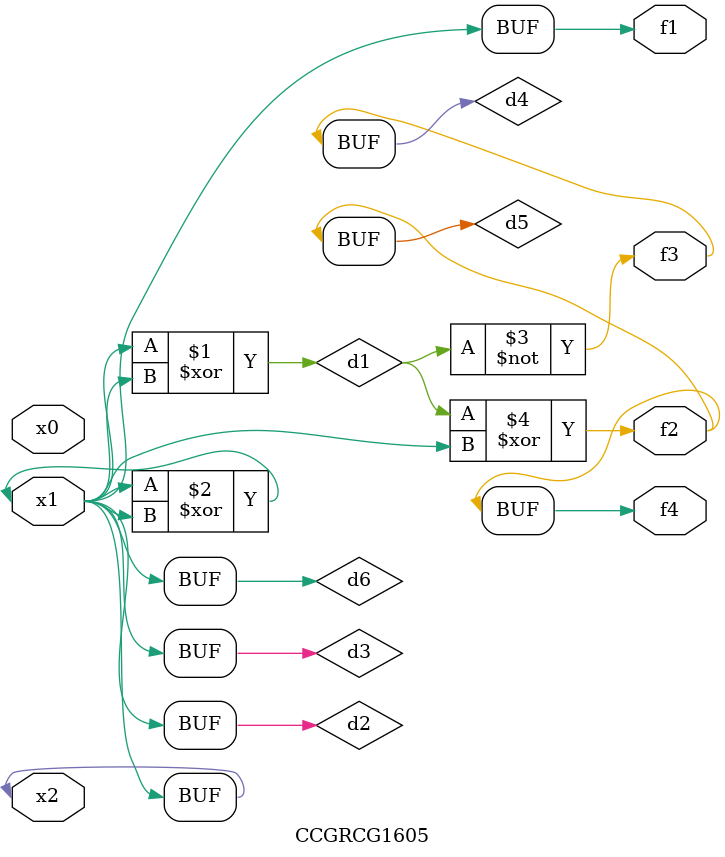
<source format=v>
module CCGRCG1605(
	input x0, x1, x2,
	output f1, f2, f3, f4
);

	wire d1, d2, d3, d4, d5, d6;

	xor (d1, x1, x2);
	buf (d2, x1, x2);
	xor (d3, x1, x2);
	nor (d4, d1);
	xor (d5, d1, d2);
	buf (d6, d2, d3);
	assign f1 = d6;
	assign f2 = d5;
	assign f3 = d4;
	assign f4 = d5;
endmodule

</source>
